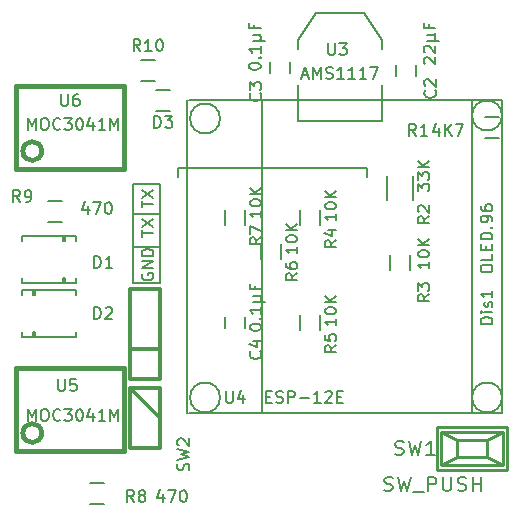
<source format=gbr>
G04 #@! TF.GenerationSoftware,KiCad,Pcbnew,5.0.2-bee76a0~70~ubuntu18.04.1*
G04 #@! TF.CreationDate,2019-09-27T11:35:02+02:00*
G04 #@! TF.ProjectId,Radiateur ESP,52616469-6174-4657-9572-204553502e6b,rev?*
G04 #@! TF.SameCoordinates,Original*
G04 #@! TF.FileFunction,Legend,Top*
G04 #@! TF.FilePolarity,Positive*
%FSLAX46Y46*%
G04 Gerber Fmt 4.6, Leading zero omitted, Abs format (unit mm)*
G04 Created by KiCad (PCBNEW 5.0.2-bee76a0~70~ubuntu18.04.1) date ven. 27 sept. 2019 11:35:02 CEST*
%MOMM*%
%LPD*%
G01*
G04 APERTURE LIST*
%ADD10C,0.200000*%
%ADD11C,0.254000*%
%ADD12C,0.150000*%
%ADD13C,0.152400*%
%ADD14C,0.381000*%
%ADD15C,0.304800*%
%ADD16C,0.203200*%
G04 APERTURE END LIST*
D10*
X127000000Y-97790000D02*
X124714000Y-97790000D01*
X127000000Y-94996000D02*
X124714000Y-94996000D01*
X127000000Y-92456000D02*
X124714000Y-92456000D01*
X127000000Y-100838000D02*
X127000000Y-92456000D01*
X124714000Y-100838000D02*
X127000000Y-100838000D01*
X124714000Y-92456000D02*
X124714000Y-100838000D01*
X125484000Y-100012095D02*
X125436380Y-100107333D01*
X125436380Y-100250190D01*
X125484000Y-100393047D01*
X125579238Y-100488285D01*
X125674476Y-100535904D01*
X125864952Y-100583523D01*
X126007809Y-100583523D01*
X126198285Y-100535904D01*
X126293523Y-100488285D01*
X126388761Y-100393047D01*
X126436380Y-100250190D01*
X126436380Y-100154952D01*
X126388761Y-100012095D01*
X126341142Y-99964476D01*
X126007809Y-99964476D01*
X126007809Y-100154952D01*
X126436380Y-99535904D02*
X125436380Y-99535904D01*
X126436380Y-98964476D01*
X125436380Y-98964476D01*
X126436380Y-98488285D02*
X125436380Y-98488285D01*
X125436380Y-98250190D01*
X125484000Y-98107333D01*
X125579238Y-98012095D01*
X125674476Y-97964476D01*
X125864952Y-97916857D01*
X126007809Y-97916857D01*
X126198285Y-97964476D01*
X126293523Y-98012095D01*
X126388761Y-98107333D01*
X126436380Y-98250190D01*
X126436380Y-98488285D01*
X125436380Y-96869238D02*
X125436380Y-96297809D01*
X126436380Y-96583523D02*
X125436380Y-96583523D01*
X125436380Y-96059714D02*
X126436380Y-95393047D01*
X125436380Y-95393047D02*
X126436380Y-96059714D01*
X125436380Y-94393047D02*
X125436380Y-93821619D01*
X126436380Y-94107333D02*
X125436380Y-94107333D01*
X125436380Y-93583523D02*
X126436380Y-92916857D01*
X125436380Y-92916857D02*
X126436380Y-93583523D01*
D11*
G04 #@! TO.C,SW1*
X150416260Y-116608860D02*
X150416260Y-113007140D01*
X156415740Y-116608860D02*
X150416260Y-116608860D01*
X156415740Y-113007140D02*
X156415740Y-116608860D01*
X150416260Y-113007140D02*
X156415740Y-113007140D01*
X152115520Y-115509040D02*
X152115520Y-114106960D01*
X154716480Y-115509040D02*
X152115520Y-115509040D01*
X154716480Y-114106960D02*
X154716480Y-115509040D01*
X152115520Y-114106960D02*
X154716480Y-114106960D01*
X150815040Y-116207540D02*
X150815040Y-113408460D01*
X156016960Y-116207540D02*
X150815040Y-116207540D01*
X156016960Y-113408460D02*
X156016960Y-116207540D01*
X150815040Y-113408460D02*
X156016960Y-113408460D01*
X150815040Y-113408460D02*
X152115520Y-114106960D01*
X152115520Y-115509040D02*
X150815040Y-116207540D01*
X154716480Y-115509040D02*
X156016960Y-116207540D01*
X154716480Y-114106960D02*
X156016960Y-113408460D01*
D12*
G04 #@! TO.C,C2*
X146978000Y-82304000D02*
X146978000Y-83304000D01*
X148678000Y-83304000D02*
X148678000Y-82304000D01*
G04 #@! TO.C,C3*
X138010000Y-83050000D02*
X138010000Y-82050000D01*
X136310000Y-82050000D02*
X136310000Y-83050000D01*
G04 #@! TO.C,C4*
X132500000Y-103640000D02*
X132500000Y-104640000D01*
X134200000Y-104640000D02*
X134200000Y-103640000D01*
D10*
G04 #@! TO.C,Dis1*
X132080000Y-110490000D02*
G75*
G03X132080000Y-110490000I-1270000J0D01*
G01*
X132080000Y-86868000D02*
G75*
G03X132080000Y-86868000I-1270000J0D01*
G01*
X155956000Y-86614000D02*
G75*
G03X155956000Y-86614000I-1270000J0D01*
G01*
X155956000Y-110490000D02*
G75*
G03X155956000Y-110490000I-1270000J0D01*
G01*
X135636000Y-85344000D02*
X135636000Y-111844000D01*
X153416000Y-85344000D02*
X153416000Y-111844000D01*
X129456000Y-85344000D02*
X155956000Y-85344000D01*
X129286000Y-111844000D02*
X129286000Y-85344000D01*
X155956000Y-111844000D02*
X129456000Y-111844000D01*
X155956000Y-85344000D02*
X155956000Y-111844000D01*
D12*
G04 #@! TO.C,R1*
X154514000Y-86755000D02*
X155714000Y-86755000D01*
X155714000Y-88505000D02*
X154514000Y-88505000D01*
G04 #@! TO.C,R3*
X146445000Y-99660000D02*
X146445000Y-98460000D01*
X148195000Y-98460000D02*
X148195000Y-99660000D01*
G04 #@! TO.C,R4*
X140575000Y-94650000D02*
X140575000Y-95850000D01*
X138825000Y-95850000D02*
X138825000Y-94650000D01*
G04 #@! TO.C,R5*
X138825000Y-104740000D02*
X138825000Y-103540000D01*
X140575000Y-103540000D02*
X140575000Y-104740000D01*
G04 #@! TO.C,R6*
X135523000Y-98724000D02*
X135523000Y-97524000D01*
X137273000Y-97524000D02*
X137273000Y-98724000D01*
G04 #@! TO.C,R7*
X132475000Y-95850000D02*
X132475000Y-94650000D01*
X134225000Y-94650000D02*
X134225000Y-95850000D01*
G04 #@! TO.C,R8*
X122266000Y-119493000D02*
X121066000Y-119493000D01*
X121066000Y-117743000D02*
X122266000Y-117743000D01*
G04 #@! TO.C,R9*
X117510000Y-93867000D02*
X118710000Y-93867000D01*
X118710000Y-95617000D02*
X117510000Y-95617000D01*
G04 #@! TO.C,U3*
X138684000Y-84074000D02*
X138684000Y-87122000D01*
X138684000Y-87122000D02*
X145796000Y-87122000D01*
X145796000Y-87122000D02*
X145796000Y-84074000D01*
X138684000Y-81026000D02*
X138684000Y-80264000D01*
X138684000Y-80264000D02*
X140208000Y-77978000D01*
X140208000Y-77978000D02*
X144272000Y-77978000D01*
X144272000Y-77978000D02*
X145796000Y-80264000D01*
X145796000Y-80264000D02*
X145796000Y-81026000D01*
D13*
G04 #@! TO.C,U4*
X144526000Y-91821000D02*
X144526000Y-91059000D01*
X144526000Y-91059000D02*
X128524000Y-91059000D01*
X128524000Y-91059000D02*
X128524000Y-91821000D01*
D14*
G04 #@! TO.C,U5*
X123980000Y-108006000D02*
X114780000Y-108006000D01*
X123980000Y-115006000D02*
X123980000Y-108006000D01*
X114780000Y-115006000D02*
X123980000Y-115006000D01*
X114780000Y-108006000D02*
X114780000Y-115006000D01*
X116980000Y-113506000D02*
G75*
G03X116980000Y-113506000I-800000J0D01*
G01*
G04 #@! TO.C,U6*
X116980000Y-89630000D02*
G75*
G03X116980000Y-89630000I-800000J0D01*
G01*
X114780000Y-84130000D02*
X114780000Y-91130000D01*
X114780000Y-91130000D02*
X123980000Y-91130000D01*
X123980000Y-91130000D02*
X123980000Y-84130000D01*
X123980000Y-84130000D02*
X114780000Y-84130000D01*
D12*
G04 #@! TO.C,R10*
X126584000Y-83679000D02*
X125384000Y-83679000D01*
X125384000Y-81929000D02*
X126584000Y-81929000D01*
G04 #@! TO.C,D1*
X115352000Y-101428000D02*
X115352000Y-101828000D01*
X115352000Y-105328000D02*
X115352000Y-104928000D01*
X119852000Y-105328000D02*
X119852000Y-104928000D01*
X119852000Y-101428000D02*
X119852000Y-101828000D01*
X116252000Y-105328000D02*
X116252000Y-104928000D01*
X116252000Y-104928000D02*
X116402000Y-104928000D01*
X116402000Y-104928000D02*
X116402000Y-105328000D01*
X116252000Y-101428000D02*
X116252000Y-101828000D01*
X116252000Y-101828000D02*
X116402000Y-101828000D01*
X116402000Y-101828000D02*
X116402000Y-101428000D01*
X115352000Y-101428000D02*
X119852000Y-101428000D01*
X119852000Y-105328000D02*
X115352000Y-105328000D01*
G04 #@! TO.C,D2*
X115352000Y-96856000D02*
X119852000Y-96856000D01*
X119852000Y-100756000D02*
X115352000Y-100756000D01*
X118802000Y-100356000D02*
X118802000Y-100756000D01*
X118952000Y-100356000D02*
X118802000Y-100356000D01*
X118952000Y-100756000D02*
X118952000Y-100356000D01*
X118802000Y-97256000D02*
X118802000Y-96856000D01*
X118952000Y-97256000D02*
X118802000Y-97256000D01*
X118952000Y-96856000D02*
X118952000Y-97256000D01*
X115352000Y-100756000D02*
X115352000Y-100356000D01*
X115352000Y-96856000D02*
X115352000Y-97256000D01*
X119852000Y-96856000D02*
X119852000Y-97256000D01*
X119852000Y-100756000D02*
X119852000Y-100356000D01*
D15*
G04 #@! TO.C,P4*
X127000000Y-106426000D02*
X124460000Y-106426000D01*
X124460000Y-108966000D02*
X124460000Y-101346000D01*
X124460000Y-101346000D02*
X127000000Y-101346000D01*
X127000000Y-101346000D02*
X127000000Y-108966000D01*
X127000000Y-108966000D02*
X124460000Y-108966000D01*
D12*
G04 #@! TO.C,D3*
X127854000Y-86219000D02*
X126654000Y-86219000D01*
X126654000Y-84469000D02*
X127854000Y-84469000D01*
G04 #@! TO.C,R2*
X148395000Y-91742000D02*
X148395000Y-93742000D01*
X146245000Y-93742000D02*
X146245000Y-91742000D01*
D15*
G04 #@! TO.C,SW2*
X124460000Y-109728000D02*
X127000000Y-112268000D01*
X124460000Y-114808000D02*
X124460000Y-109728000D01*
X127000000Y-109728000D02*
X127000000Y-114808000D01*
X124460000Y-109728000D02*
X127000000Y-109728000D01*
X127000000Y-114808000D02*
X124460000Y-114808000D01*
G04 #@! TO.C,SW1*
D13*
X146896666Y-115270642D02*
X147078095Y-115325071D01*
X147380476Y-115325071D01*
X147501428Y-115270642D01*
X147561904Y-115216214D01*
X147622380Y-115107357D01*
X147622380Y-114998500D01*
X147561904Y-114889642D01*
X147501428Y-114835214D01*
X147380476Y-114780785D01*
X147138571Y-114726357D01*
X147017619Y-114671928D01*
X146957142Y-114617500D01*
X146896666Y-114508642D01*
X146896666Y-114399785D01*
X146957142Y-114290928D01*
X147017619Y-114236500D01*
X147138571Y-114182071D01*
X147440952Y-114182071D01*
X147622380Y-114236500D01*
X148045714Y-114182071D02*
X148348095Y-115325071D01*
X148590000Y-114508642D01*
X148831904Y-115325071D01*
X149134285Y-114182071D01*
X150283333Y-115325071D02*
X149557619Y-115325071D01*
X149920476Y-115325071D02*
X149920476Y-114182071D01*
X149799523Y-114345357D01*
X149678571Y-114454214D01*
X149557619Y-114508642D01*
X145971380Y-118318642D02*
X146152809Y-118373071D01*
X146455190Y-118373071D01*
X146576142Y-118318642D01*
X146636619Y-118264214D01*
X146697095Y-118155357D01*
X146697095Y-118046500D01*
X146636619Y-117937642D01*
X146576142Y-117883214D01*
X146455190Y-117828785D01*
X146213285Y-117774357D01*
X146092333Y-117719928D01*
X146031857Y-117665500D01*
X145971380Y-117556642D01*
X145971380Y-117447785D01*
X146031857Y-117338928D01*
X146092333Y-117284500D01*
X146213285Y-117230071D01*
X146515666Y-117230071D01*
X146697095Y-117284500D01*
X147120428Y-117230071D02*
X147422809Y-118373071D01*
X147664714Y-117556642D01*
X147906619Y-118373071D01*
X148209000Y-117230071D01*
X148390428Y-118481928D02*
X149358047Y-118481928D01*
X149660428Y-118373071D02*
X149660428Y-117230071D01*
X150144238Y-117230071D01*
X150265190Y-117284500D01*
X150325666Y-117338928D01*
X150386142Y-117447785D01*
X150386142Y-117611071D01*
X150325666Y-117719928D01*
X150265190Y-117774357D01*
X150144238Y-117828785D01*
X149660428Y-117828785D01*
X150930428Y-117230071D02*
X150930428Y-118155357D01*
X150990904Y-118264214D01*
X151051380Y-118318642D01*
X151172333Y-118373071D01*
X151414238Y-118373071D01*
X151535190Y-118318642D01*
X151595666Y-118264214D01*
X151656142Y-118155357D01*
X151656142Y-117230071D01*
X152200428Y-118318642D02*
X152381857Y-118373071D01*
X152684238Y-118373071D01*
X152805190Y-118318642D01*
X152865666Y-118264214D01*
X152926142Y-118155357D01*
X152926142Y-118046500D01*
X152865666Y-117937642D01*
X152805190Y-117883214D01*
X152684238Y-117828785D01*
X152442333Y-117774357D01*
X152321380Y-117719928D01*
X152260904Y-117665500D01*
X152200428Y-117556642D01*
X152200428Y-117447785D01*
X152260904Y-117338928D01*
X152321380Y-117284500D01*
X152442333Y-117230071D01*
X152744714Y-117230071D01*
X152926142Y-117284500D01*
X153470428Y-118373071D02*
X153470428Y-117230071D01*
X153470428Y-117774357D02*
X154196142Y-117774357D01*
X154196142Y-118373071D02*
X154196142Y-117230071D01*
G04 #@! TO.C,C2*
D12*
X150285142Y-84494666D02*
X150332761Y-84542285D01*
X150380380Y-84685142D01*
X150380380Y-84780380D01*
X150332761Y-84923238D01*
X150237523Y-85018476D01*
X150142285Y-85066095D01*
X149951809Y-85113714D01*
X149808952Y-85113714D01*
X149618476Y-85066095D01*
X149523238Y-85018476D01*
X149428000Y-84923238D01*
X149380380Y-84780380D01*
X149380380Y-84685142D01*
X149428000Y-84542285D01*
X149475619Y-84494666D01*
X149475619Y-84113714D02*
X149428000Y-84066095D01*
X149380380Y-83970857D01*
X149380380Y-83732761D01*
X149428000Y-83637523D01*
X149475619Y-83589904D01*
X149570857Y-83542285D01*
X149666095Y-83542285D01*
X149808952Y-83589904D01*
X150380380Y-84161333D01*
X150380380Y-83542285D01*
X149407619Y-82232285D02*
X149360000Y-82184666D01*
X149312380Y-82089428D01*
X149312380Y-81851333D01*
X149360000Y-81756095D01*
X149407619Y-81708476D01*
X149502857Y-81660857D01*
X149598095Y-81660857D01*
X149740952Y-81708476D01*
X150312380Y-82279904D01*
X150312380Y-81660857D01*
X149407619Y-81279904D02*
X149360000Y-81232285D01*
X149312380Y-81137047D01*
X149312380Y-80898952D01*
X149360000Y-80803714D01*
X149407619Y-80756095D01*
X149502857Y-80708476D01*
X149598095Y-80708476D01*
X149740952Y-80756095D01*
X150312380Y-81327523D01*
X150312380Y-80708476D01*
X149645714Y-80279904D02*
X150645714Y-80279904D01*
X150169523Y-79803714D02*
X150264761Y-79756095D01*
X150312380Y-79660857D01*
X150169523Y-80279904D02*
X150264761Y-80232285D01*
X150312380Y-80137047D01*
X150312380Y-79946571D01*
X150264761Y-79851333D01*
X150169523Y-79803714D01*
X149645714Y-79803714D01*
X149788571Y-78898952D02*
X149788571Y-79232285D01*
X150312380Y-79232285D02*
X149312380Y-79232285D01*
X149312380Y-78756095D01*
G04 #@! TO.C,C3*
X135485142Y-84748666D02*
X135532761Y-84796285D01*
X135580380Y-84939142D01*
X135580380Y-85034380D01*
X135532761Y-85177238D01*
X135437523Y-85272476D01*
X135342285Y-85320095D01*
X135151809Y-85367714D01*
X135008952Y-85367714D01*
X134818476Y-85320095D01*
X134723238Y-85272476D01*
X134628000Y-85177238D01*
X134580380Y-85034380D01*
X134580380Y-84939142D01*
X134628000Y-84796285D01*
X134675619Y-84748666D01*
X134580380Y-84415333D02*
X134580380Y-83796285D01*
X134961333Y-84129619D01*
X134961333Y-83986761D01*
X135008952Y-83891523D01*
X135056571Y-83843904D01*
X135151809Y-83796285D01*
X135389904Y-83796285D01*
X135485142Y-83843904D01*
X135532761Y-83891523D01*
X135580380Y-83986761D01*
X135580380Y-84272476D01*
X135532761Y-84367714D01*
X135485142Y-84415333D01*
X134512380Y-82486285D02*
X134512380Y-82391047D01*
X134560000Y-82295809D01*
X134607619Y-82248190D01*
X134702857Y-82200571D01*
X134893333Y-82152952D01*
X135131428Y-82152952D01*
X135321904Y-82200571D01*
X135417142Y-82248190D01*
X135464761Y-82295809D01*
X135512380Y-82391047D01*
X135512380Y-82486285D01*
X135464761Y-82581523D01*
X135417142Y-82629142D01*
X135321904Y-82676761D01*
X135131428Y-82724380D01*
X134893333Y-82724380D01*
X134702857Y-82676761D01*
X134607619Y-82629142D01*
X134560000Y-82581523D01*
X134512380Y-82486285D01*
X135417142Y-81724380D02*
X135464761Y-81676761D01*
X135512380Y-81724380D01*
X135464761Y-81772000D01*
X135417142Y-81724380D01*
X135512380Y-81724380D01*
X135512380Y-80724380D02*
X135512380Y-81295809D01*
X135512380Y-81010095D02*
X134512380Y-81010095D01*
X134655238Y-81105333D01*
X134750476Y-81200571D01*
X134798095Y-81295809D01*
X134845714Y-80295809D02*
X135845714Y-80295809D01*
X135369523Y-79819619D02*
X135464761Y-79772000D01*
X135512380Y-79676761D01*
X135369523Y-80295809D02*
X135464761Y-80248190D01*
X135512380Y-80152952D01*
X135512380Y-79962476D01*
X135464761Y-79867238D01*
X135369523Y-79819619D01*
X134845714Y-79819619D01*
X134988571Y-78914857D02*
X134988571Y-79248190D01*
X135512380Y-79248190D02*
X134512380Y-79248190D01*
X134512380Y-78772000D01*
G04 #@! TO.C,C4*
X135485142Y-106592666D02*
X135532761Y-106640285D01*
X135580380Y-106783142D01*
X135580380Y-106878380D01*
X135532761Y-107021238D01*
X135437523Y-107116476D01*
X135342285Y-107164095D01*
X135151809Y-107211714D01*
X135008952Y-107211714D01*
X134818476Y-107164095D01*
X134723238Y-107116476D01*
X134628000Y-107021238D01*
X134580380Y-106878380D01*
X134580380Y-106783142D01*
X134628000Y-106640285D01*
X134675619Y-106592666D01*
X134913714Y-105735523D02*
X135580380Y-105735523D01*
X134532761Y-105973619D02*
X135247047Y-106211714D01*
X135247047Y-105592666D01*
X134580380Y-104584285D02*
X134580380Y-104489047D01*
X134628000Y-104393809D01*
X134675619Y-104346190D01*
X134770857Y-104298571D01*
X134961333Y-104250952D01*
X135199428Y-104250952D01*
X135389904Y-104298571D01*
X135485142Y-104346190D01*
X135532761Y-104393809D01*
X135580380Y-104489047D01*
X135580380Y-104584285D01*
X135532761Y-104679523D01*
X135485142Y-104727142D01*
X135389904Y-104774761D01*
X135199428Y-104822380D01*
X134961333Y-104822380D01*
X134770857Y-104774761D01*
X134675619Y-104727142D01*
X134628000Y-104679523D01*
X134580380Y-104584285D01*
X135485142Y-103822380D02*
X135532761Y-103774761D01*
X135580380Y-103822380D01*
X135532761Y-103870000D01*
X135485142Y-103822380D01*
X135580380Y-103822380D01*
X135580380Y-102822380D02*
X135580380Y-103393809D01*
X135580380Y-103108095D02*
X134580380Y-103108095D01*
X134723238Y-103203333D01*
X134818476Y-103298571D01*
X134866095Y-103393809D01*
X134913714Y-102393809D02*
X135913714Y-102393809D01*
X135437523Y-101917619D02*
X135532761Y-101870000D01*
X135580380Y-101774761D01*
X135437523Y-102393809D02*
X135532761Y-102346190D01*
X135580380Y-102250952D01*
X135580380Y-102060476D01*
X135532761Y-101965238D01*
X135437523Y-101917619D01*
X134913714Y-101917619D01*
X135056571Y-101012857D02*
X135056571Y-101346190D01*
X135580380Y-101346190D02*
X134580380Y-101346190D01*
X134580380Y-100870000D01*
G04 #@! TO.C,Dis1*
X155138380Y-104250952D02*
X154138380Y-104250952D01*
X154138380Y-104012857D01*
X154186000Y-103870000D01*
X154281238Y-103774761D01*
X154376476Y-103727142D01*
X154566952Y-103679523D01*
X154709809Y-103679523D01*
X154900285Y-103727142D01*
X154995523Y-103774761D01*
X155090761Y-103870000D01*
X155138380Y-104012857D01*
X155138380Y-104250952D01*
X155138380Y-103250952D02*
X154471714Y-103250952D01*
X154138380Y-103250952D02*
X154186000Y-103298571D01*
X154233619Y-103250952D01*
X154186000Y-103203333D01*
X154138380Y-103250952D01*
X154233619Y-103250952D01*
X155090761Y-102822380D02*
X155138380Y-102727142D01*
X155138380Y-102536666D01*
X155090761Y-102441428D01*
X154995523Y-102393809D01*
X154947904Y-102393809D01*
X154852666Y-102441428D01*
X154805047Y-102536666D01*
X154805047Y-102679523D01*
X154757428Y-102774761D01*
X154662190Y-102822380D01*
X154614571Y-102822380D01*
X154519333Y-102774761D01*
X154471714Y-102679523D01*
X154471714Y-102536666D01*
X154519333Y-102441428D01*
X155138380Y-101441428D02*
X155138380Y-102012857D01*
X155138380Y-101727142D02*
X154138380Y-101727142D01*
X154281238Y-101822380D01*
X154376476Y-101917619D01*
X154424095Y-102012857D01*
X154138380Y-99670857D02*
X154138380Y-99480380D01*
X154186000Y-99385142D01*
X154281238Y-99289904D01*
X154471714Y-99242285D01*
X154805047Y-99242285D01*
X154995523Y-99289904D01*
X155090761Y-99385142D01*
X155138380Y-99480380D01*
X155138380Y-99670857D01*
X155090761Y-99766095D01*
X154995523Y-99861333D01*
X154805047Y-99908952D01*
X154471714Y-99908952D01*
X154281238Y-99861333D01*
X154186000Y-99766095D01*
X154138380Y-99670857D01*
X155138380Y-98337523D02*
X155138380Y-98813714D01*
X154138380Y-98813714D01*
X154614571Y-98004190D02*
X154614571Y-97670857D01*
X155138380Y-97528000D02*
X155138380Y-98004190D01*
X154138380Y-98004190D01*
X154138380Y-97528000D01*
X155138380Y-97099428D02*
X154138380Y-97099428D01*
X154138380Y-96861333D01*
X154186000Y-96718476D01*
X154281238Y-96623238D01*
X154376476Y-96575619D01*
X154566952Y-96528000D01*
X154709809Y-96528000D01*
X154900285Y-96575619D01*
X154995523Y-96623238D01*
X155090761Y-96718476D01*
X155138380Y-96861333D01*
X155138380Y-97099428D01*
X155043142Y-96099428D02*
X155090761Y-96051809D01*
X155138380Y-96099428D01*
X155090761Y-96147047D01*
X155043142Y-96099428D01*
X155138380Y-96099428D01*
X155138380Y-95575619D02*
X155138380Y-95385142D01*
X155090761Y-95289904D01*
X155043142Y-95242285D01*
X154900285Y-95147047D01*
X154709809Y-95099428D01*
X154328857Y-95099428D01*
X154233619Y-95147047D01*
X154186000Y-95194666D01*
X154138380Y-95289904D01*
X154138380Y-95480380D01*
X154186000Y-95575619D01*
X154233619Y-95623238D01*
X154328857Y-95670857D01*
X154566952Y-95670857D01*
X154662190Y-95623238D01*
X154709809Y-95575619D01*
X154757428Y-95480380D01*
X154757428Y-95289904D01*
X154709809Y-95194666D01*
X154662190Y-95147047D01*
X154566952Y-95099428D01*
X154138380Y-94242285D02*
X154138380Y-94432761D01*
X154186000Y-94528000D01*
X154233619Y-94575619D01*
X154376476Y-94670857D01*
X154566952Y-94718476D01*
X154947904Y-94718476D01*
X155043142Y-94670857D01*
X155090761Y-94623238D01*
X155138380Y-94528000D01*
X155138380Y-94337523D01*
X155090761Y-94242285D01*
X155043142Y-94194666D01*
X154947904Y-94147047D01*
X154709809Y-94147047D01*
X154614571Y-94194666D01*
X154566952Y-94242285D01*
X154519333Y-94337523D01*
X154519333Y-94528000D01*
X154566952Y-94623238D01*
X154614571Y-94670857D01*
X154709809Y-94718476D01*
G04 #@! TO.C,R1*
X148677333Y-88336380D02*
X148344000Y-87860190D01*
X148105904Y-88336380D02*
X148105904Y-87336380D01*
X148486857Y-87336380D01*
X148582095Y-87384000D01*
X148629714Y-87431619D01*
X148677333Y-87526857D01*
X148677333Y-87669714D01*
X148629714Y-87764952D01*
X148582095Y-87812571D01*
X148486857Y-87860190D01*
X148105904Y-87860190D01*
X149629714Y-88336380D02*
X149058285Y-88336380D01*
X149344000Y-88336380D02*
X149344000Y-87336380D01*
X149248761Y-87479238D01*
X149153523Y-87574476D01*
X149058285Y-87622095D01*
X150598285Y-87669714D02*
X150598285Y-88336380D01*
X150360190Y-87288761D02*
X150122095Y-88003047D01*
X150741142Y-88003047D01*
X151122095Y-88336380D02*
X151122095Y-87336380D01*
X151693523Y-88336380D02*
X151264952Y-87764952D01*
X151693523Y-87336380D02*
X151122095Y-87907809D01*
X152026857Y-87336380D02*
X152693523Y-87336380D01*
X152264952Y-88336380D01*
G04 #@! TO.C,R3*
X149804380Y-101766666D02*
X149328190Y-102100000D01*
X149804380Y-102338095D02*
X148804380Y-102338095D01*
X148804380Y-101957142D01*
X148852000Y-101861904D01*
X148899619Y-101814285D01*
X148994857Y-101766666D01*
X149137714Y-101766666D01*
X149232952Y-101814285D01*
X149280571Y-101861904D01*
X149328190Y-101957142D01*
X149328190Y-102338095D01*
X148804380Y-101433333D02*
X148804380Y-100814285D01*
X149185333Y-101147619D01*
X149185333Y-101004761D01*
X149232952Y-100909523D01*
X149280571Y-100861904D01*
X149375809Y-100814285D01*
X149613904Y-100814285D01*
X149709142Y-100861904D01*
X149756761Y-100909523D01*
X149804380Y-101004761D01*
X149804380Y-101290476D01*
X149756761Y-101385714D01*
X149709142Y-101433333D01*
X149804380Y-98988476D02*
X149804380Y-99559904D01*
X149804380Y-99274190D02*
X148804380Y-99274190D01*
X148947238Y-99369428D01*
X149042476Y-99464666D01*
X149090095Y-99559904D01*
X148804380Y-98369428D02*
X148804380Y-98274190D01*
X148852000Y-98178952D01*
X148899619Y-98131333D01*
X148994857Y-98083714D01*
X149185333Y-98036095D01*
X149423428Y-98036095D01*
X149613904Y-98083714D01*
X149709142Y-98131333D01*
X149756761Y-98178952D01*
X149804380Y-98274190D01*
X149804380Y-98369428D01*
X149756761Y-98464666D01*
X149709142Y-98512285D01*
X149613904Y-98559904D01*
X149423428Y-98607523D01*
X149185333Y-98607523D01*
X148994857Y-98559904D01*
X148899619Y-98512285D01*
X148852000Y-98464666D01*
X148804380Y-98369428D01*
X149804380Y-97607523D02*
X148804380Y-97607523D01*
X149804380Y-97036095D02*
X149232952Y-97464666D01*
X148804380Y-97036095D02*
X149375809Y-97607523D01*
G04 #@! TO.C,R4*
X141930380Y-97194666D02*
X141454190Y-97528000D01*
X141930380Y-97766095D02*
X140930380Y-97766095D01*
X140930380Y-97385142D01*
X140978000Y-97289904D01*
X141025619Y-97242285D01*
X141120857Y-97194666D01*
X141263714Y-97194666D01*
X141358952Y-97242285D01*
X141406571Y-97289904D01*
X141454190Y-97385142D01*
X141454190Y-97766095D01*
X141263714Y-96337523D02*
X141930380Y-96337523D01*
X140882761Y-96575619D02*
X141597047Y-96813714D01*
X141597047Y-96194666D01*
X141930380Y-94924476D02*
X141930380Y-95495904D01*
X141930380Y-95210190D02*
X140930380Y-95210190D01*
X141073238Y-95305428D01*
X141168476Y-95400666D01*
X141216095Y-95495904D01*
X140930380Y-94305428D02*
X140930380Y-94210190D01*
X140978000Y-94114952D01*
X141025619Y-94067333D01*
X141120857Y-94019714D01*
X141311333Y-93972095D01*
X141549428Y-93972095D01*
X141739904Y-94019714D01*
X141835142Y-94067333D01*
X141882761Y-94114952D01*
X141930380Y-94210190D01*
X141930380Y-94305428D01*
X141882761Y-94400666D01*
X141835142Y-94448285D01*
X141739904Y-94495904D01*
X141549428Y-94543523D01*
X141311333Y-94543523D01*
X141120857Y-94495904D01*
X141025619Y-94448285D01*
X140978000Y-94400666D01*
X140930380Y-94305428D01*
X141930380Y-93543523D02*
X140930380Y-93543523D01*
X141930380Y-92972095D02*
X141358952Y-93400666D01*
X140930380Y-92972095D02*
X141501809Y-93543523D01*
G04 #@! TO.C,R5*
X141930380Y-106084666D02*
X141454190Y-106418000D01*
X141930380Y-106656095D02*
X140930380Y-106656095D01*
X140930380Y-106275142D01*
X140978000Y-106179904D01*
X141025619Y-106132285D01*
X141120857Y-106084666D01*
X141263714Y-106084666D01*
X141358952Y-106132285D01*
X141406571Y-106179904D01*
X141454190Y-106275142D01*
X141454190Y-106656095D01*
X140930380Y-105179904D02*
X140930380Y-105656095D01*
X141406571Y-105703714D01*
X141358952Y-105656095D01*
X141311333Y-105560857D01*
X141311333Y-105322761D01*
X141358952Y-105227523D01*
X141406571Y-105179904D01*
X141501809Y-105132285D01*
X141739904Y-105132285D01*
X141835142Y-105179904D01*
X141882761Y-105227523D01*
X141930380Y-105322761D01*
X141930380Y-105560857D01*
X141882761Y-105656095D01*
X141835142Y-105703714D01*
X141930380Y-103814476D02*
X141930380Y-104385904D01*
X141930380Y-104100190D02*
X140930380Y-104100190D01*
X141073238Y-104195428D01*
X141168476Y-104290666D01*
X141216095Y-104385904D01*
X140930380Y-103195428D02*
X140930380Y-103100190D01*
X140978000Y-103004952D01*
X141025619Y-102957333D01*
X141120857Y-102909714D01*
X141311333Y-102862095D01*
X141549428Y-102862095D01*
X141739904Y-102909714D01*
X141835142Y-102957333D01*
X141882761Y-103004952D01*
X141930380Y-103100190D01*
X141930380Y-103195428D01*
X141882761Y-103290666D01*
X141835142Y-103338285D01*
X141739904Y-103385904D01*
X141549428Y-103433523D01*
X141311333Y-103433523D01*
X141120857Y-103385904D01*
X141025619Y-103338285D01*
X140978000Y-103290666D01*
X140930380Y-103195428D01*
X141930380Y-102433523D02*
X140930380Y-102433523D01*
X141930380Y-101862095D02*
X141358952Y-102290666D01*
X140930380Y-101862095D02*
X141501809Y-102433523D01*
G04 #@! TO.C,R6*
X138628380Y-99988666D02*
X138152190Y-100322000D01*
X138628380Y-100560095D02*
X137628380Y-100560095D01*
X137628380Y-100179142D01*
X137676000Y-100083904D01*
X137723619Y-100036285D01*
X137818857Y-99988666D01*
X137961714Y-99988666D01*
X138056952Y-100036285D01*
X138104571Y-100083904D01*
X138152190Y-100179142D01*
X138152190Y-100560095D01*
X137628380Y-99131523D02*
X137628380Y-99322000D01*
X137676000Y-99417238D01*
X137723619Y-99464857D01*
X137866476Y-99560095D01*
X138056952Y-99607714D01*
X138437904Y-99607714D01*
X138533142Y-99560095D01*
X138580761Y-99512476D01*
X138628380Y-99417238D01*
X138628380Y-99226761D01*
X138580761Y-99131523D01*
X138533142Y-99083904D01*
X138437904Y-99036285D01*
X138199809Y-99036285D01*
X138104571Y-99083904D01*
X138056952Y-99131523D01*
X138009333Y-99226761D01*
X138009333Y-99417238D01*
X138056952Y-99512476D01*
X138104571Y-99560095D01*
X138199809Y-99607714D01*
X138628380Y-97718476D02*
X138628380Y-98289904D01*
X138628380Y-98004190D02*
X137628380Y-98004190D01*
X137771238Y-98099428D01*
X137866476Y-98194666D01*
X137914095Y-98289904D01*
X137628380Y-97099428D02*
X137628380Y-97004190D01*
X137676000Y-96908952D01*
X137723619Y-96861333D01*
X137818857Y-96813714D01*
X138009333Y-96766095D01*
X138247428Y-96766095D01*
X138437904Y-96813714D01*
X138533142Y-96861333D01*
X138580761Y-96908952D01*
X138628380Y-97004190D01*
X138628380Y-97099428D01*
X138580761Y-97194666D01*
X138533142Y-97242285D01*
X138437904Y-97289904D01*
X138247428Y-97337523D01*
X138009333Y-97337523D01*
X137818857Y-97289904D01*
X137723619Y-97242285D01*
X137676000Y-97194666D01*
X137628380Y-97099428D01*
X138628380Y-96337523D02*
X137628380Y-96337523D01*
X138628380Y-95766095D02*
X138056952Y-96194666D01*
X137628380Y-95766095D02*
X138199809Y-96337523D01*
G04 #@! TO.C,R7*
X135580380Y-96940666D02*
X135104190Y-97274000D01*
X135580380Y-97512095D02*
X134580380Y-97512095D01*
X134580380Y-97131142D01*
X134628000Y-97035904D01*
X134675619Y-96988285D01*
X134770857Y-96940666D01*
X134913714Y-96940666D01*
X135008952Y-96988285D01*
X135056571Y-97035904D01*
X135104190Y-97131142D01*
X135104190Y-97512095D01*
X134580380Y-96607333D02*
X134580380Y-95940666D01*
X135580380Y-96369238D01*
X135580380Y-94670476D02*
X135580380Y-95241904D01*
X135580380Y-94956190D02*
X134580380Y-94956190D01*
X134723238Y-95051428D01*
X134818476Y-95146666D01*
X134866095Y-95241904D01*
X134580380Y-94051428D02*
X134580380Y-93956190D01*
X134628000Y-93860952D01*
X134675619Y-93813333D01*
X134770857Y-93765714D01*
X134961333Y-93718095D01*
X135199428Y-93718095D01*
X135389904Y-93765714D01*
X135485142Y-93813333D01*
X135532761Y-93860952D01*
X135580380Y-93956190D01*
X135580380Y-94051428D01*
X135532761Y-94146666D01*
X135485142Y-94194285D01*
X135389904Y-94241904D01*
X135199428Y-94289523D01*
X134961333Y-94289523D01*
X134770857Y-94241904D01*
X134675619Y-94194285D01*
X134628000Y-94146666D01*
X134580380Y-94051428D01*
X135580380Y-93289523D02*
X134580380Y-93289523D01*
X135580380Y-92718095D02*
X135008952Y-93146666D01*
X134580380Y-92718095D02*
X135151809Y-93289523D01*
G04 #@! TO.C,R8*
X124801333Y-119324380D02*
X124468000Y-118848190D01*
X124229904Y-119324380D02*
X124229904Y-118324380D01*
X124610857Y-118324380D01*
X124706095Y-118372000D01*
X124753714Y-118419619D01*
X124801333Y-118514857D01*
X124801333Y-118657714D01*
X124753714Y-118752952D01*
X124706095Y-118800571D01*
X124610857Y-118848190D01*
X124229904Y-118848190D01*
X125372761Y-118752952D02*
X125277523Y-118705333D01*
X125229904Y-118657714D01*
X125182285Y-118562476D01*
X125182285Y-118514857D01*
X125229904Y-118419619D01*
X125277523Y-118372000D01*
X125372761Y-118324380D01*
X125563238Y-118324380D01*
X125658476Y-118372000D01*
X125706095Y-118419619D01*
X125753714Y-118514857D01*
X125753714Y-118562476D01*
X125706095Y-118657714D01*
X125658476Y-118705333D01*
X125563238Y-118752952D01*
X125372761Y-118752952D01*
X125277523Y-118800571D01*
X125229904Y-118848190D01*
X125182285Y-118943428D01*
X125182285Y-119133904D01*
X125229904Y-119229142D01*
X125277523Y-119276761D01*
X125372761Y-119324380D01*
X125563238Y-119324380D01*
X125658476Y-119276761D01*
X125706095Y-119229142D01*
X125753714Y-119133904D01*
X125753714Y-118943428D01*
X125706095Y-118848190D01*
X125658476Y-118800571D01*
X125563238Y-118752952D01*
X127254095Y-118657714D02*
X127254095Y-119324380D01*
X127016000Y-118276761D02*
X126777904Y-118991047D01*
X127396952Y-118991047D01*
X127682666Y-118324380D02*
X128349333Y-118324380D01*
X127920761Y-119324380D01*
X128920761Y-118324380D02*
X129016000Y-118324380D01*
X129111238Y-118372000D01*
X129158857Y-118419619D01*
X129206476Y-118514857D01*
X129254095Y-118705333D01*
X129254095Y-118943428D01*
X129206476Y-119133904D01*
X129158857Y-119229142D01*
X129111238Y-119276761D01*
X129016000Y-119324380D01*
X128920761Y-119324380D01*
X128825523Y-119276761D01*
X128777904Y-119229142D01*
X128730285Y-119133904D01*
X128682666Y-118943428D01*
X128682666Y-118705333D01*
X128730285Y-118514857D01*
X128777904Y-118419619D01*
X128825523Y-118372000D01*
X128920761Y-118324380D01*
G04 #@! TO.C,R9*
X115149333Y-93924380D02*
X114816000Y-93448190D01*
X114577904Y-93924380D02*
X114577904Y-92924380D01*
X114958857Y-92924380D01*
X115054095Y-92972000D01*
X115101714Y-93019619D01*
X115149333Y-93114857D01*
X115149333Y-93257714D01*
X115101714Y-93352952D01*
X115054095Y-93400571D01*
X114958857Y-93448190D01*
X114577904Y-93448190D01*
X115625523Y-93924380D02*
X115816000Y-93924380D01*
X115911238Y-93876761D01*
X115958857Y-93829142D01*
X116054095Y-93686285D01*
X116101714Y-93495809D01*
X116101714Y-93114857D01*
X116054095Y-93019619D01*
X116006476Y-92972000D01*
X115911238Y-92924380D01*
X115720761Y-92924380D01*
X115625523Y-92972000D01*
X115577904Y-93019619D01*
X115530285Y-93114857D01*
X115530285Y-93352952D01*
X115577904Y-93448190D01*
X115625523Y-93495809D01*
X115720761Y-93543428D01*
X115911238Y-93543428D01*
X116006476Y-93495809D01*
X116054095Y-93448190D01*
X116101714Y-93352952D01*
X120904095Y-94273714D02*
X120904095Y-94940380D01*
X120666000Y-93892761D02*
X120427904Y-94607047D01*
X121046952Y-94607047D01*
X121332666Y-93940380D02*
X121999333Y-93940380D01*
X121570761Y-94940380D01*
X122570761Y-93940380D02*
X122666000Y-93940380D01*
X122761238Y-93988000D01*
X122808857Y-94035619D01*
X122856476Y-94130857D01*
X122904095Y-94321333D01*
X122904095Y-94559428D01*
X122856476Y-94749904D01*
X122808857Y-94845142D01*
X122761238Y-94892761D01*
X122666000Y-94940380D01*
X122570761Y-94940380D01*
X122475523Y-94892761D01*
X122427904Y-94845142D01*
X122380285Y-94749904D01*
X122332666Y-94559428D01*
X122332666Y-94321333D01*
X122380285Y-94130857D01*
X122427904Y-94035619D01*
X122475523Y-93988000D01*
X122570761Y-93940380D01*
G04 #@! TO.C,U3*
X141224095Y-80478380D02*
X141224095Y-81287904D01*
X141271714Y-81383142D01*
X141319333Y-81430761D01*
X141414571Y-81478380D01*
X141605047Y-81478380D01*
X141700285Y-81430761D01*
X141747904Y-81383142D01*
X141795523Y-81287904D01*
X141795523Y-80478380D01*
X142176476Y-80478380D02*
X142795523Y-80478380D01*
X142462190Y-80859333D01*
X142605047Y-80859333D01*
X142700285Y-80906952D01*
X142747904Y-80954571D01*
X142795523Y-81049809D01*
X142795523Y-81287904D01*
X142747904Y-81383142D01*
X142700285Y-81430761D01*
X142605047Y-81478380D01*
X142319333Y-81478380D01*
X142224095Y-81430761D01*
X142176476Y-81383142D01*
X139049523Y-83224666D02*
X139525714Y-83224666D01*
X138954285Y-83510380D02*
X139287619Y-82510380D01*
X139620952Y-83510380D01*
X139954285Y-83510380D02*
X139954285Y-82510380D01*
X140287619Y-83224666D01*
X140620952Y-82510380D01*
X140620952Y-83510380D01*
X141049523Y-83462761D02*
X141192380Y-83510380D01*
X141430476Y-83510380D01*
X141525714Y-83462761D01*
X141573333Y-83415142D01*
X141620952Y-83319904D01*
X141620952Y-83224666D01*
X141573333Y-83129428D01*
X141525714Y-83081809D01*
X141430476Y-83034190D01*
X141240000Y-82986571D01*
X141144761Y-82938952D01*
X141097142Y-82891333D01*
X141049523Y-82796095D01*
X141049523Y-82700857D01*
X141097142Y-82605619D01*
X141144761Y-82558000D01*
X141240000Y-82510380D01*
X141478095Y-82510380D01*
X141620952Y-82558000D01*
X142573333Y-83510380D02*
X142001904Y-83510380D01*
X142287619Y-83510380D02*
X142287619Y-82510380D01*
X142192380Y-82653238D01*
X142097142Y-82748476D01*
X142001904Y-82796095D01*
X143525714Y-83510380D02*
X142954285Y-83510380D01*
X143240000Y-83510380D02*
X143240000Y-82510380D01*
X143144761Y-82653238D01*
X143049523Y-82748476D01*
X142954285Y-82796095D01*
X144478095Y-83510380D02*
X143906666Y-83510380D01*
X144192380Y-83510380D02*
X144192380Y-82510380D01*
X144097142Y-82653238D01*
X144001904Y-82748476D01*
X143906666Y-82796095D01*
X144811428Y-82510380D02*
X145478095Y-82510380D01*
X145049523Y-83510380D01*
G04 #@! TO.C,U4*
X132588095Y-109942380D02*
X132588095Y-110751904D01*
X132635714Y-110847142D01*
X132683333Y-110894761D01*
X132778571Y-110942380D01*
X132969047Y-110942380D01*
X133064285Y-110894761D01*
X133111904Y-110847142D01*
X133159523Y-110751904D01*
X133159523Y-109942380D01*
X134064285Y-110275714D02*
X134064285Y-110942380D01*
X133826190Y-109894761D02*
X133588095Y-110609047D01*
X134207142Y-110609047D01*
X135977714Y-110418571D02*
X136311047Y-110418571D01*
X136453904Y-110942380D02*
X135977714Y-110942380D01*
X135977714Y-109942380D01*
X136453904Y-109942380D01*
X136834857Y-110894761D02*
X136977714Y-110942380D01*
X137215809Y-110942380D01*
X137311047Y-110894761D01*
X137358666Y-110847142D01*
X137406285Y-110751904D01*
X137406285Y-110656666D01*
X137358666Y-110561428D01*
X137311047Y-110513809D01*
X137215809Y-110466190D01*
X137025333Y-110418571D01*
X136930095Y-110370952D01*
X136882476Y-110323333D01*
X136834857Y-110228095D01*
X136834857Y-110132857D01*
X136882476Y-110037619D01*
X136930095Y-109990000D01*
X137025333Y-109942380D01*
X137263428Y-109942380D01*
X137406285Y-109990000D01*
X137834857Y-110942380D02*
X137834857Y-109942380D01*
X138215809Y-109942380D01*
X138311047Y-109990000D01*
X138358666Y-110037619D01*
X138406285Y-110132857D01*
X138406285Y-110275714D01*
X138358666Y-110370952D01*
X138311047Y-110418571D01*
X138215809Y-110466190D01*
X137834857Y-110466190D01*
X138834857Y-110561428D02*
X139596761Y-110561428D01*
X140596761Y-110942380D02*
X140025333Y-110942380D01*
X140311047Y-110942380D02*
X140311047Y-109942380D01*
X140215809Y-110085238D01*
X140120571Y-110180476D01*
X140025333Y-110228095D01*
X140977714Y-110037619D02*
X141025333Y-109990000D01*
X141120571Y-109942380D01*
X141358666Y-109942380D01*
X141453904Y-109990000D01*
X141501523Y-110037619D01*
X141549142Y-110132857D01*
X141549142Y-110228095D01*
X141501523Y-110370952D01*
X140930095Y-110942380D01*
X141549142Y-110942380D01*
X141977714Y-110418571D02*
X142311047Y-110418571D01*
X142453904Y-110942380D02*
X141977714Y-110942380D01*
X141977714Y-109942380D01*
X142453904Y-109942380D01*
G04 #@! TO.C,U5*
X118364095Y-108926380D02*
X118364095Y-109735904D01*
X118411714Y-109831142D01*
X118459333Y-109878761D01*
X118554571Y-109926380D01*
X118745047Y-109926380D01*
X118840285Y-109878761D01*
X118887904Y-109831142D01*
X118935523Y-109735904D01*
X118935523Y-108926380D01*
X119887904Y-108926380D02*
X119411714Y-108926380D01*
X119364095Y-109402571D01*
X119411714Y-109354952D01*
X119506952Y-109307333D01*
X119745047Y-109307333D01*
X119840285Y-109354952D01*
X119887904Y-109402571D01*
X119935523Y-109497809D01*
X119935523Y-109735904D01*
X119887904Y-109831142D01*
X119840285Y-109878761D01*
X119745047Y-109926380D01*
X119506952Y-109926380D01*
X119411714Y-109878761D01*
X119364095Y-109831142D01*
X115800666Y-112466380D02*
X115800666Y-111466380D01*
X116134000Y-112180666D01*
X116467333Y-111466380D01*
X116467333Y-112466380D01*
X117134000Y-111466380D02*
X117324476Y-111466380D01*
X117419714Y-111514000D01*
X117514952Y-111609238D01*
X117562571Y-111799714D01*
X117562571Y-112133047D01*
X117514952Y-112323523D01*
X117419714Y-112418761D01*
X117324476Y-112466380D01*
X117134000Y-112466380D01*
X117038761Y-112418761D01*
X116943523Y-112323523D01*
X116895904Y-112133047D01*
X116895904Y-111799714D01*
X116943523Y-111609238D01*
X117038761Y-111514000D01*
X117134000Y-111466380D01*
X118562571Y-112371142D02*
X118514952Y-112418761D01*
X118372095Y-112466380D01*
X118276857Y-112466380D01*
X118134000Y-112418761D01*
X118038761Y-112323523D01*
X117991142Y-112228285D01*
X117943523Y-112037809D01*
X117943523Y-111894952D01*
X117991142Y-111704476D01*
X118038761Y-111609238D01*
X118134000Y-111514000D01*
X118276857Y-111466380D01*
X118372095Y-111466380D01*
X118514952Y-111514000D01*
X118562571Y-111561619D01*
X118895904Y-111466380D02*
X119514952Y-111466380D01*
X119181619Y-111847333D01*
X119324476Y-111847333D01*
X119419714Y-111894952D01*
X119467333Y-111942571D01*
X119514952Y-112037809D01*
X119514952Y-112275904D01*
X119467333Y-112371142D01*
X119419714Y-112418761D01*
X119324476Y-112466380D01*
X119038761Y-112466380D01*
X118943523Y-112418761D01*
X118895904Y-112371142D01*
X120134000Y-111466380D02*
X120229238Y-111466380D01*
X120324476Y-111514000D01*
X120372095Y-111561619D01*
X120419714Y-111656857D01*
X120467333Y-111847333D01*
X120467333Y-112085428D01*
X120419714Y-112275904D01*
X120372095Y-112371142D01*
X120324476Y-112418761D01*
X120229238Y-112466380D01*
X120134000Y-112466380D01*
X120038761Y-112418761D01*
X119991142Y-112371142D01*
X119943523Y-112275904D01*
X119895904Y-112085428D01*
X119895904Y-111847333D01*
X119943523Y-111656857D01*
X119991142Y-111561619D01*
X120038761Y-111514000D01*
X120134000Y-111466380D01*
X121324476Y-111799714D02*
X121324476Y-112466380D01*
X121086380Y-111418761D02*
X120848285Y-112133047D01*
X121467333Y-112133047D01*
X122372095Y-112466380D02*
X121800666Y-112466380D01*
X122086380Y-112466380D02*
X122086380Y-111466380D01*
X121991142Y-111609238D01*
X121895904Y-111704476D01*
X121800666Y-111752095D01*
X122800666Y-112466380D02*
X122800666Y-111466380D01*
X123134000Y-112180666D01*
X123467333Y-111466380D01*
X123467333Y-112466380D01*
G04 #@! TO.C,U6*
X118618095Y-84796380D02*
X118618095Y-85605904D01*
X118665714Y-85701142D01*
X118713333Y-85748761D01*
X118808571Y-85796380D01*
X118999047Y-85796380D01*
X119094285Y-85748761D01*
X119141904Y-85701142D01*
X119189523Y-85605904D01*
X119189523Y-84796380D01*
X120094285Y-84796380D02*
X119903809Y-84796380D01*
X119808571Y-84844000D01*
X119760952Y-84891619D01*
X119665714Y-85034476D01*
X119618095Y-85224952D01*
X119618095Y-85605904D01*
X119665714Y-85701142D01*
X119713333Y-85748761D01*
X119808571Y-85796380D01*
X119999047Y-85796380D01*
X120094285Y-85748761D01*
X120141904Y-85701142D01*
X120189523Y-85605904D01*
X120189523Y-85367809D01*
X120141904Y-85272571D01*
X120094285Y-85224952D01*
X119999047Y-85177333D01*
X119808571Y-85177333D01*
X119713333Y-85224952D01*
X119665714Y-85272571D01*
X119618095Y-85367809D01*
X115800666Y-87828380D02*
X115800666Y-86828380D01*
X116134000Y-87542666D01*
X116467333Y-86828380D01*
X116467333Y-87828380D01*
X117134000Y-86828380D02*
X117324476Y-86828380D01*
X117419714Y-86876000D01*
X117514952Y-86971238D01*
X117562571Y-87161714D01*
X117562571Y-87495047D01*
X117514952Y-87685523D01*
X117419714Y-87780761D01*
X117324476Y-87828380D01*
X117134000Y-87828380D01*
X117038761Y-87780761D01*
X116943523Y-87685523D01*
X116895904Y-87495047D01*
X116895904Y-87161714D01*
X116943523Y-86971238D01*
X117038761Y-86876000D01*
X117134000Y-86828380D01*
X118562571Y-87733142D02*
X118514952Y-87780761D01*
X118372095Y-87828380D01*
X118276857Y-87828380D01*
X118134000Y-87780761D01*
X118038761Y-87685523D01*
X117991142Y-87590285D01*
X117943523Y-87399809D01*
X117943523Y-87256952D01*
X117991142Y-87066476D01*
X118038761Y-86971238D01*
X118134000Y-86876000D01*
X118276857Y-86828380D01*
X118372095Y-86828380D01*
X118514952Y-86876000D01*
X118562571Y-86923619D01*
X118895904Y-86828380D02*
X119514952Y-86828380D01*
X119181619Y-87209333D01*
X119324476Y-87209333D01*
X119419714Y-87256952D01*
X119467333Y-87304571D01*
X119514952Y-87399809D01*
X119514952Y-87637904D01*
X119467333Y-87733142D01*
X119419714Y-87780761D01*
X119324476Y-87828380D01*
X119038761Y-87828380D01*
X118943523Y-87780761D01*
X118895904Y-87733142D01*
X120134000Y-86828380D02*
X120229238Y-86828380D01*
X120324476Y-86876000D01*
X120372095Y-86923619D01*
X120419714Y-87018857D01*
X120467333Y-87209333D01*
X120467333Y-87447428D01*
X120419714Y-87637904D01*
X120372095Y-87733142D01*
X120324476Y-87780761D01*
X120229238Y-87828380D01*
X120134000Y-87828380D01*
X120038761Y-87780761D01*
X119991142Y-87733142D01*
X119943523Y-87637904D01*
X119895904Y-87447428D01*
X119895904Y-87209333D01*
X119943523Y-87018857D01*
X119991142Y-86923619D01*
X120038761Y-86876000D01*
X120134000Y-86828380D01*
X121324476Y-87161714D02*
X121324476Y-87828380D01*
X121086380Y-86780761D02*
X120848285Y-87495047D01*
X121467333Y-87495047D01*
X122372095Y-87828380D02*
X121800666Y-87828380D01*
X122086380Y-87828380D02*
X122086380Y-86828380D01*
X121991142Y-86971238D01*
X121895904Y-87066476D01*
X121800666Y-87114095D01*
X122800666Y-87828380D02*
X122800666Y-86828380D01*
X123134000Y-87542666D01*
X123467333Y-86828380D01*
X123467333Y-87828380D01*
G04 #@! TO.C,R10*
X125341142Y-81156380D02*
X125007809Y-80680190D01*
X124769714Y-81156380D02*
X124769714Y-80156380D01*
X125150666Y-80156380D01*
X125245904Y-80204000D01*
X125293523Y-80251619D01*
X125341142Y-80346857D01*
X125341142Y-80489714D01*
X125293523Y-80584952D01*
X125245904Y-80632571D01*
X125150666Y-80680190D01*
X124769714Y-80680190D01*
X126293523Y-81156380D02*
X125722095Y-81156380D01*
X126007809Y-81156380D02*
X126007809Y-80156380D01*
X125912571Y-80299238D01*
X125817333Y-80394476D01*
X125722095Y-80442095D01*
X126912571Y-80156380D02*
X127007809Y-80156380D01*
X127103047Y-80204000D01*
X127150666Y-80251619D01*
X127198285Y-80346857D01*
X127245904Y-80537333D01*
X127245904Y-80775428D01*
X127198285Y-80965904D01*
X127150666Y-81061142D01*
X127103047Y-81108761D01*
X127007809Y-81156380D01*
X126912571Y-81156380D01*
X126817333Y-81108761D01*
X126769714Y-81061142D01*
X126722095Y-80965904D01*
X126674476Y-80775428D01*
X126674476Y-80537333D01*
X126722095Y-80346857D01*
X126769714Y-80251619D01*
X126817333Y-80204000D01*
X126912571Y-80156380D01*
G04 #@! TO.C,D1*
X121435904Y-99512380D02*
X121435904Y-98512380D01*
X121674000Y-98512380D01*
X121816857Y-98560000D01*
X121912095Y-98655238D01*
X121959714Y-98750476D01*
X122007333Y-98940952D01*
X122007333Y-99083809D01*
X121959714Y-99274285D01*
X121912095Y-99369523D01*
X121816857Y-99464761D01*
X121674000Y-99512380D01*
X121435904Y-99512380D01*
X122959714Y-99512380D02*
X122388285Y-99512380D01*
X122674000Y-99512380D02*
X122674000Y-98512380D01*
X122578761Y-98655238D01*
X122483523Y-98750476D01*
X122388285Y-98798095D01*
G04 #@! TO.C,D2*
X121435904Y-103830380D02*
X121435904Y-102830380D01*
X121674000Y-102830380D01*
X121816857Y-102878000D01*
X121912095Y-102973238D01*
X121959714Y-103068476D01*
X122007333Y-103258952D01*
X122007333Y-103401809D01*
X121959714Y-103592285D01*
X121912095Y-103687523D01*
X121816857Y-103782761D01*
X121674000Y-103830380D01*
X121435904Y-103830380D01*
X122388285Y-102925619D02*
X122435904Y-102878000D01*
X122531142Y-102830380D01*
X122769238Y-102830380D01*
X122864476Y-102878000D01*
X122912095Y-102925619D01*
X122959714Y-103020857D01*
X122959714Y-103116095D01*
X122912095Y-103258952D01*
X122340666Y-103830380D01*
X122959714Y-103830380D01*
G04 #@! TO.C,*
G04 #@! TO.C,D3*
X126515904Y-87655379D02*
X126515904Y-86655379D01*
X126754000Y-86655379D01*
X126896857Y-86702999D01*
X126992095Y-86798237D01*
X127039714Y-86893475D01*
X127087333Y-87083951D01*
X127087333Y-87226808D01*
X127039714Y-87417284D01*
X126992095Y-87512522D01*
X126896857Y-87607760D01*
X126754000Y-87655379D01*
X126515904Y-87655379D01*
X127420666Y-86655379D02*
X128039714Y-86655379D01*
X127706380Y-87036332D01*
X127849238Y-87036332D01*
X127944476Y-87083951D01*
X127992095Y-87131570D01*
X128039714Y-87226808D01*
X128039714Y-87464903D01*
X127992095Y-87560141D01*
X127944476Y-87607760D01*
X127849238Y-87655379D01*
X127563523Y-87655379D01*
X127468285Y-87607760D01*
X127420666Y-87560141D01*
G04 #@! TO.C,R2*
X149804380Y-95162666D02*
X149328190Y-95496000D01*
X149804380Y-95734095D02*
X148804380Y-95734095D01*
X148804380Y-95353142D01*
X148852000Y-95257904D01*
X148899619Y-95210285D01*
X148994857Y-95162666D01*
X149137714Y-95162666D01*
X149232952Y-95210285D01*
X149280571Y-95257904D01*
X149328190Y-95353142D01*
X149328190Y-95734095D01*
X148899619Y-94781714D02*
X148852000Y-94734095D01*
X148804380Y-94638857D01*
X148804380Y-94400761D01*
X148852000Y-94305523D01*
X148899619Y-94257904D01*
X148994857Y-94210285D01*
X149090095Y-94210285D01*
X149232952Y-94257904D01*
X149804380Y-94829333D01*
X149804380Y-94210285D01*
X148804380Y-93003523D02*
X148804380Y-92384476D01*
X149185333Y-92717809D01*
X149185333Y-92574952D01*
X149232952Y-92479714D01*
X149280571Y-92432095D01*
X149375809Y-92384476D01*
X149613904Y-92384476D01*
X149709142Y-92432095D01*
X149756761Y-92479714D01*
X149804380Y-92574952D01*
X149804380Y-92860666D01*
X149756761Y-92955904D01*
X149709142Y-93003523D01*
X148804380Y-92051142D02*
X148804380Y-91432095D01*
X149185333Y-91765428D01*
X149185333Y-91622571D01*
X149232952Y-91527333D01*
X149280571Y-91479714D01*
X149375809Y-91432095D01*
X149613904Y-91432095D01*
X149709142Y-91479714D01*
X149756761Y-91527333D01*
X149804380Y-91622571D01*
X149804380Y-91908285D01*
X149756761Y-92003523D01*
X149709142Y-92051142D01*
X149804380Y-91003523D02*
X148804380Y-91003523D01*
X149804380Y-90432095D02*
X149232952Y-90860666D01*
X148804380Y-90432095D02*
X149375809Y-91003523D01*
G04 #@! TO.C,SW2*
D16*
X129443238Y-116670666D02*
X129491619Y-116525523D01*
X129491619Y-116283619D01*
X129443238Y-116186857D01*
X129394857Y-116138476D01*
X129298095Y-116090095D01*
X129201333Y-116090095D01*
X129104571Y-116138476D01*
X129056190Y-116186857D01*
X129007809Y-116283619D01*
X128959428Y-116477142D01*
X128911047Y-116573904D01*
X128862666Y-116622285D01*
X128765904Y-116670666D01*
X128669142Y-116670666D01*
X128572380Y-116622285D01*
X128524000Y-116573904D01*
X128475619Y-116477142D01*
X128475619Y-116235238D01*
X128524000Y-116090095D01*
X128475619Y-115751428D02*
X129491619Y-115509523D01*
X128765904Y-115316000D01*
X129491619Y-115122476D01*
X128475619Y-114880571D01*
X128572380Y-114541904D02*
X128524000Y-114493523D01*
X128475619Y-114396761D01*
X128475619Y-114154857D01*
X128524000Y-114058095D01*
X128572380Y-114009714D01*
X128669142Y-113961333D01*
X128765904Y-113961333D01*
X128911047Y-114009714D01*
X129491619Y-114590285D01*
X129491619Y-113961333D01*
G04 #@! TD*
M02*

</source>
